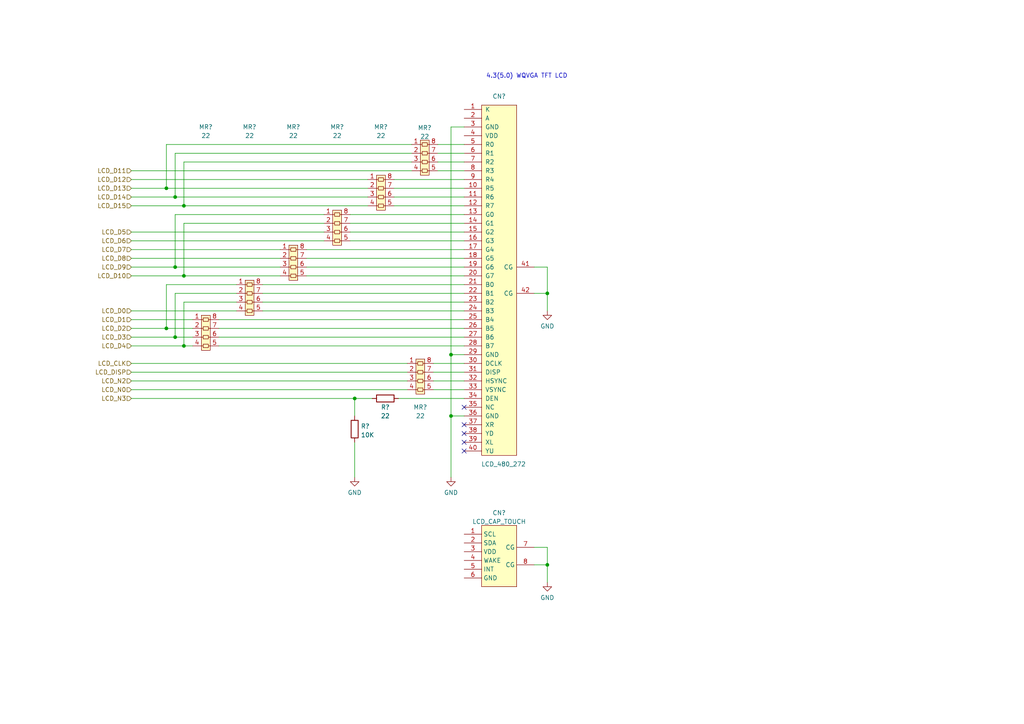
<source format=kicad_sch>
(kicad_sch (version 20211123) (generator eeschema)

  (uuid 1ae3634a-f90f-4c6a-8ba7-b38f98d4ccb2)

  (paper "A4")

  (lib_symbols
    (symbol "Akizuki:LCD_480_272" (pin_names (offset 1.016)) (in_bom yes) (on_board yes)
      (property "Reference" "CN" (id 0) (at -1.27 52.07 0)
        (effects (font (size 1.27 1.27)))
      )
      (property "Value" "LCD_480_272" (id 1) (at -1.27 -52.07 0)
        (effects (font (size 1.27 1.27)))
      )
      (property "Footprint" "" (id 2) (at -1.27 22.86 0)
        (effects (font (size 1.27 1.27)) hide)
      )
      (property "Datasheet" "" (id 3) (at -1.27 22.86 0)
        (effects (font (size 1.27 1.27)) hide)
      )
      (property "ki_keywords" "TFT LCD" (id 4) (at 0 0 0)
        (effects (font (size 1.27 1.27)) hide)
      )
      (property "ki_description" "ER-TFT050A3-2" (id 5) (at 0 0 0)
        (effects (font (size 1.27 1.27)) hide)
      )
      (symbol "LCD_480_272_0_1"
        (rectangle (start -5.08 50.8) (end 5.08 -50.8)
          (stroke (width 0) (type default) (color 0 0 0 0))
          (fill (type background))
        )
      )
      (symbol "LCD_480_272_1_1"
        (pin input line (at -10.16 49.53 0) (length 5.08)
          (name "K" (effects (font (size 1.27 1.27))))
          (number "1" (effects (font (size 1.27 1.27))))
        )
        (pin input line (at -10.16 26.67 0) (length 5.08)
          (name "R5" (effects (font (size 1.27 1.27))))
          (number "10" (effects (font (size 1.27 1.27))))
        )
        (pin input line (at -10.16 24.13 0) (length 5.08)
          (name "R6" (effects (font (size 1.27 1.27))))
          (number "11" (effects (font (size 1.27 1.27))))
        )
        (pin input line (at -10.16 21.59 0) (length 5.08)
          (name "R7" (effects (font (size 1.27 1.27))))
          (number "12" (effects (font (size 1.27 1.27))))
        )
        (pin input line (at -10.16 19.05 0) (length 5.08)
          (name "G0" (effects (font (size 1.27 1.27))))
          (number "13" (effects (font (size 1.27 1.27))))
        )
        (pin input line (at -10.16 16.51 0) (length 5.08)
          (name "G1" (effects (font (size 1.27 1.27))))
          (number "14" (effects (font (size 1.27 1.27))))
        )
        (pin input line (at -10.16 13.97 0) (length 5.08)
          (name "G2" (effects (font (size 1.27 1.27))))
          (number "15" (effects (font (size 1.27 1.27))))
        )
        (pin input line (at -10.16 11.43 0) (length 5.08)
          (name "G3" (effects (font (size 1.27 1.27))))
          (number "16" (effects (font (size 1.27 1.27))))
        )
        (pin input line (at -10.16 8.89 0) (length 5.08)
          (name "G4" (effects (font (size 1.27 1.27))))
          (number "17" (effects (font (size 1.27 1.27))))
        )
        (pin input line (at -10.16 6.35 0) (length 5.08)
          (name "G5" (effects (font (size 1.27 1.27))))
          (number "18" (effects (font (size 1.27 1.27))))
        )
        (pin input line (at -10.16 3.81 0) (length 5.08)
          (name "G6" (effects (font (size 1.27 1.27))))
          (number "19" (effects (font (size 1.27 1.27))))
        )
        (pin input line (at -10.16 46.99 0) (length 5.08)
          (name "A" (effects (font (size 1.27 1.27))))
          (number "2" (effects (font (size 1.27 1.27))))
        )
        (pin input line (at -10.16 1.27 0) (length 5.08)
          (name "G7" (effects (font (size 1.27 1.27))))
          (number "20" (effects (font (size 1.27 1.27))))
        )
        (pin input line (at -10.16 -1.27 0) (length 5.08)
          (name "B0" (effects (font (size 1.27 1.27))))
          (number "21" (effects (font (size 1.27 1.27))))
        )
        (pin input line (at -10.16 -3.81 0) (length 5.08)
          (name "B1" (effects (font (size 1.27 1.27))))
          (number "22" (effects (font (size 1.27 1.27))))
        )
        (pin input line (at -10.16 -6.35 0) (length 5.08)
          (name "B2" (effects (font (size 1.27 1.27))))
          (number "23" (effects (font (size 1.27 1.27))))
        )
        (pin input line (at -10.16 -8.89 0) (length 5.08)
          (name "B3" (effects (font (size 1.27 1.27))))
          (number "24" (effects (font (size 1.27 1.27))))
        )
        (pin input line (at -10.16 -11.43 0) (length 5.08)
          (name "B4" (effects (font (size 1.27 1.27))))
          (number "25" (effects (font (size 1.27 1.27))))
        )
        (pin input line (at -10.16 -13.97 0) (length 5.08)
          (name "B5" (effects (font (size 1.27 1.27))))
          (number "26" (effects (font (size 1.27 1.27))))
        )
        (pin input line (at -10.16 -16.51 0) (length 5.08)
          (name "B6" (effects (font (size 1.27 1.27))))
          (number "27" (effects (font (size 1.27 1.27))))
        )
        (pin input line (at -10.16 -19.05 0) (length 5.08)
          (name "B7" (effects (font (size 1.27 1.27))))
          (number "28" (effects (font (size 1.27 1.27))))
        )
        (pin power_in line (at -10.16 -21.59 0) (length 5.08)
          (name "GND" (effects (font (size 1.27 1.27))))
          (number "29" (effects (font (size 1.27 1.27))))
        )
        (pin power_in line (at -10.16 44.45 0) (length 5.08)
          (name "GND" (effects (font (size 1.27 1.27))))
          (number "3" (effects (font (size 1.27 1.27))))
        )
        (pin input line (at -10.16 -24.13 0) (length 5.08)
          (name "DCLK" (effects (font (size 1.27 1.27))))
          (number "30" (effects (font (size 1.27 1.27))))
        )
        (pin input line (at -10.16 -26.67 0) (length 5.08)
          (name "DISP" (effects (font (size 1.27 1.27))))
          (number "31" (effects (font (size 1.27 1.27))))
        )
        (pin input line (at -10.16 -29.21 0) (length 5.08)
          (name "HSYNC" (effects (font (size 1.27 1.27))))
          (number "32" (effects (font (size 1.27 1.27))))
        )
        (pin input line (at -10.16 -31.75 0) (length 5.08)
          (name "VSYNC" (effects (font (size 1.27 1.27))))
          (number "33" (effects (font (size 1.27 1.27))))
        )
        (pin input line (at -10.16 -34.29 0) (length 5.08)
          (name "DEN" (effects (font (size 1.27 1.27))))
          (number "34" (effects (font (size 1.27 1.27))))
        )
        (pin input line (at -10.16 -36.83 0) (length 5.08)
          (name "NC" (effects (font (size 1.27 1.27))))
          (number "35" (effects (font (size 1.27 1.27))))
        )
        (pin power_in line (at -10.16 -39.37 0) (length 5.08)
          (name "GND" (effects (font (size 1.27 1.27))))
          (number "36" (effects (font (size 1.27 1.27))))
        )
        (pin input line (at -10.16 -41.91 0) (length 5.08)
          (name "XR" (effects (font (size 1.27 1.27))))
          (number "37" (effects (font (size 1.27 1.27))))
        )
        (pin input line (at -10.16 -44.45 0) (length 5.08)
          (name "YD" (effects (font (size 1.27 1.27))))
          (number "38" (effects (font (size 1.27 1.27))))
        )
        (pin input line (at -10.16 -46.99 0) (length 5.08)
          (name "XL" (effects (font (size 1.27 1.27))))
          (number "39" (effects (font (size 1.27 1.27))))
        )
        (pin power_in line (at -10.16 41.91 0) (length 5.08)
          (name "VDD" (effects (font (size 1.27 1.27))))
          (number "4" (effects (font (size 1.27 1.27))))
        )
        (pin input line (at -10.16 -49.53 0) (length 5.08)
          (name "YU" (effects (font (size 1.27 1.27))))
          (number "40" (effects (font (size 1.27 1.27))))
        )
        (pin passive line (at 10.16 3.81 180) (length 5.08)
          (name "CG" (effects (font (size 1.27 1.27))))
          (number "41" (effects (font (size 1.27 1.27))))
        )
        (pin passive line (at 10.16 -3.81 180) (length 5.08)
          (name "CG" (effects (font (size 1.27 1.27))))
          (number "42" (effects (font (size 1.27 1.27))))
        )
        (pin input line (at -10.16 39.37 0) (length 5.08)
          (name "R0" (effects (font (size 1.27 1.27))))
          (number "5" (effects (font (size 1.27 1.27))))
        )
        (pin input line (at -10.16 36.83 0) (length 5.08)
          (name "R1" (effects (font (size 1.27 1.27))))
          (number "6" (effects (font (size 1.27 1.27))))
        )
        (pin input line (at -10.16 34.29 0) (length 5.08)
          (name "R2" (effects (font (size 1.27 1.27))))
          (number "7" (effects (font (size 1.27 1.27))))
        )
        (pin input line (at -10.16 31.75 0) (length 5.08)
          (name "R3" (effects (font (size 1.27 1.27))))
          (number "8" (effects (font (size 1.27 1.27))))
        )
        (pin input line (at -10.16 29.21 0) (length 5.08)
          (name "R4" (effects (font (size 1.27 1.27))))
          (number "9" (effects (font (size 1.27 1.27))))
        )
      )
    )
    (symbol "Akizuki:LCD_CAP_TOUCH" (in_bom yes) (on_board yes)
      (property "Reference" "CN" (id 0) (at 0 10.16 0)
        (effects (font (size 1.27 1.27)))
      )
      (property "Value" "LCD_CAP_TOUCH" (id 1) (at 0 -10.16 0)
        (effects (font (size 1.27 1.27)))
      )
      (property "Footprint" "" (id 2) (at -1.27 1.27 0)
        (effects (font (size 1.27 1.27)) hide)
      )
      (property "Datasheet" "" (id 3) (at -1.27 1.27 0)
        (effects (font (size 1.27 1.27)) hide)
      )
      (property "ki_description" "Capacitive Touch Controller" (id 4) (at 0 0 0)
        (effects (font (size 1.27 1.27)) hide)
      )
      (symbol "LCD_CAP_TOUCH_0_1"
        (rectangle (start -5.08 8.89) (end 5.08 -8.89)
          (stroke (width 0.1524) (type default) (color 0 0 0 0))
          (fill (type background))
        )
      )
      (symbol "LCD_CAP_TOUCH_1_1"
        (pin input line (at -10.16 6.35 0) (length 5.08)
          (name "SCL" (effects (font (size 1.27 1.27))))
          (number "1" (effects (font (size 1.27 1.27))))
        )
        (pin bidirectional line (at -10.16 3.81 0) (length 5.08)
          (name "SDA" (effects (font (size 1.27 1.27))))
          (number "2" (effects (font (size 1.27 1.27))))
        )
        (pin power_in line (at -10.16 1.27 0) (length 5.08)
          (name "VDD" (effects (font (size 1.27 1.27))))
          (number "3" (effects (font (size 1.27 1.27))))
        )
        (pin input line (at -10.16 -1.27 0) (length 5.08)
          (name "WAKE" (effects (font (size 1.27 1.27))))
          (number "4" (effects (font (size 1.27 1.27))))
        )
        (pin input line (at -10.16 -3.81 0) (length 5.08)
          (name "INT" (effects (font (size 1.27 1.27))))
          (number "5" (effects (font (size 1.27 1.27))))
        )
        (pin power_in line (at -10.16 -6.35 0) (length 5.08)
          (name "GND" (effects (font (size 1.27 1.27))))
          (number "6" (effects (font (size 1.27 1.27))))
        )
        (pin passive line (at 10.16 2.54 180) (length 5.08)
          (name "CG" (effects (font (size 1.27 1.27))))
          (number "7" (effects (font (size 1.27 1.27))))
        )
        (pin passive line (at 10.16 -2.54 180) (length 5.08)
          (name "CG" (effects (font (size 1.27 1.27))))
          (number "8" (effects (font (size 1.27 1.27))))
        )
      )
    )
    (symbol "Akizuki:MR" (pin_names (offset 1.016)) (in_bom yes) (on_board yes)
      (property "Reference" "MR" (id 0) (at 0 6.35 0)
        (effects (font (size 1.27 1.27)))
      )
      (property "Value" "MR" (id 1) (at 0 -6.35 0)
        (effects (font (size 1.27 1.27)))
      )
      (property "Footprint" "" (id 2) (at 0 0 0)
        (effects (font (size 1.27 1.27)) hide)
      )
      (property "Datasheet" "" (id 3) (at 0 0 0)
        (effects (font (size 1.27 1.27)) hide)
      )
      (property "ki_description" "Flat Chip Resistors" (id 4) (at 0 0 0)
        (effects (font (size 1.27 1.27)) hide)
      )
      (property "ki_fp_filters" "1005x4" (id 5) (at 0 0 0)
        (effects (font (size 1.27 1.27)) hide)
      )
      (symbol "MR_0_1"
        (rectangle (start -1.27 5.08) (end 1.27 -5.08)
          (stroke (width 0) (type default) (color 0 0 0 0))
          (fill (type background))
        )
        (rectangle (start -0.762 -3.302) (end 0.762 -4.318)
          (stroke (width 0) (type default) (color 0 0 0 0))
          (fill (type none))
        )
        (rectangle (start -0.762 -0.762) (end 0.762 -1.778)
          (stroke (width 0) (type default) (color 0 0 0 0))
          (fill (type none))
        )
        (rectangle (start -0.762 1.778) (end 0.762 0.762)
          (stroke (width 0) (type default) (color 0 0 0 0))
          (fill (type none))
        )
        (rectangle (start -0.762 4.318) (end 0.762 3.302)
          (stroke (width 0) (type default) (color 0 0 0 0))
          (fill (type none))
        )
        (polyline
          (pts
            (xy -1.27 -3.81)
            (xy -0.762 -3.81)
          )
          (stroke (width 0) (type default) (color 0 0 0 0))
          (fill (type none))
        )
        (polyline
          (pts
            (xy -1.27 -1.27)
            (xy -0.762 -1.27)
          )
          (stroke (width 0) (type default) (color 0 0 0 0))
          (fill (type none))
        )
        (polyline
          (pts
            (xy -1.27 1.27)
            (xy -0.762 1.27)
          )
          (stroke (width 0) (type default) (color 0 0 0 0))
          (fill (type none))
        )
        (polyline
          (pts
            (xy -1.27 3.81)
            (xy -0.762 3.81)
          )
          (stroke (width 0) (type default) (color 0 0 0 0))
          (fill (type none))
        )
        (polyline
          (pts
            (xy 0.762 -3.81)
            (xy 1.27 -3.81)
          )
          (stroke (width 0) (type default) (color 0 0 0 0))
          (fill (type none))
        )
        (polyline
          (pts
            (xy 0.762 -1.27)
            (xy 1.27 -1.27)
          )
          (stroke (width 0) (type default) (color 0 0 0 0))
          (fill (type none))
        )
        (polyline
          (pts
            (xy 0.762 1.27)
            (xy 1.27 1.27)
          )
          (stroke (width 0) (type default) (color 0 0 0 0))
          (fill (type none))
        )
        (polyline
          (pts
            (xy 0.762 3.81)
            (xy 1.27 3.81)
          )
          (stroke (width 0) (type default) (color 0 0 0 0))
          (fill (type none))
        )
      )
      (symbol "MR_1_1"
        (pin input line (at -3.81 3.81 0) (length 2.54)
          (name "~" (effects (font (size 1.27 1.27))))
          (number "1" (effects (font (size 1.27 1.27))))
        )
        (pin input line (at -3.81 1.27 0) (length 2.54)
          (name "~" (effects (font (size 1.27 1.27))))
          (number "2" (effects (font (size 1.27 1.27))))
        )
        (pin input line (at -3.81 -1.27 0) (length 2.54)
          (name "~" (effects (font (size 1.27 1.27))))
          (number "3" (effects (font (size 1.27 1.27))))
        )
        (pin input line (at -3.81 -3.81 0) (length 2.54)
          (name "~" (effects (font (size 1.27 1.27))))
          (number "4" (effects (font (size 1.27 1.27))))
        )
        (pin input line (at 3.81 -3.81 180) (length 2.54)
          (name "~" (effects (font (size 1.27 1.27))))
          (number "5" (effects (font (size 1.27 1.27))))
        )
        (pin input line (at 3.81 -1.27 180) (length 2.54)
          (name "~" (effects (font (size 1.27 1.27))))
          (number "6" (effects (font (size 1.27 1.27))))
        )
        (pin input line (at 3.81 1.27 180) (length 2.54)
          (name "~" (effects (font (size 1.27 1.27))))
          (number "7" (effects (font (size 1.27 1.27))))
        )
        (pin input line (at 3.81 3.81 180) (length 2.54)
          (name "~" (effects (font (size 1.27 1.27))))
          (number "8" (effects (font (size 1.27 1.27))))
        )
      )
    )
    (symbol "Akizuki:R" (pin_numbers hide) (pin_names (offset 0)) (in_bom yes) (on_board yes)
      (property "Reference" "R" (id 0) (at 0 2.54 0)
        (effects (font (size 1.27 1.27)))
      )
      (property "Value" "R" (id 1) (at 0 -2.54 0)
        (effects (font (size 1.27 1.27)))
      )
      (property "Footprint" "" (id 2) (at 0 -1.778 0)
        (effects (font (size 1.27 1.27)) hide)
      )
      (property "Datasheet" "" (id 3) (at 0 0 90)
        (effects (font (size 1.27 1.27)) hide)
      )
      (property "ki_keywords" "R DEV" (id 4) (at 0 0 0)
        (effects (font (size 1.27 1.27)) hide)
      )
      (property "ki_description" "Resistor" (id 5) (at 0 0 0)
        (effects (font (size 1.27 1.27)) hide)
      )
      (property "ki_fp_filters" "R_* Resistor_*" (id 6) (at 0 0 0)
        (effects (font (size 1.27 1.27)) hide)
      )
      (symbol "R_0_1"
        (rectangle (start 2.54 -1.016) (end -2.54 1.016)
          (stroke (width 0.254) (type default) (color 0 0 0 0))
          (fill (type none))
        )
      )
      (symbol "R_1_1"
        (pin passive line (at -3.81 0 0) (length 1.27)
          (name "~" (effects (font (size 1.27 1.27))))
          (number "1" (effects (font (size 1.27 1.27))))
        )
        (pin passive line (at 3.81 0 180) (length 1.27)
          (name "~" (effects (font (size 1.27 1.27))))
          (number "2" (effects (font (size 1.27 1.27))))
        )
      )
    )
    (symbol "power:GND" (power) (pin_names (offset 0)) (in_bom yes) (on_board yes)
      (property "Reference" "#PWR" (id 0) (at 0 -6.35 0)
        (effects (font (size 1.27 1.27)) hide)
      )
      (property "Value" "GND" (id 1) (at 0 -3.81 0)
        (effects (font (size 1.27 1.27)))
      )
      (property "Footprint" "" (id 2) (at 0 0 0)
        (effects (font (size 1.27 1.27)) hide)
      )
      (property "Datasheet" "" (id 3) (at 0 0 0)
        (effects (font (size 1.27 1.27)) hide)
      )
      (property "ki_keywords" "power-flag" (id 4) (at 0 0 0)
        (effects (font (size 1.27 1.27)) hide)
      )
      (property "ki_description" "Power symbol creates a global label with name \"GND\" , ground" (id 5) (at 0 0 0)
        (effects (font (size 1.27 1.27)) hide)
      )
      (symbol "GND_0_1"
        (polyline
          (pts
            (xy 0 0)
            (xy 0 -1.27)
            (xy 1.27 -1.27)
            (xy 0 -2.54)
            (xy -1.27 -1.27)
            (xy 0 -1.27)
          )
          (stroke (width 0) (type default) (color 0 0 0 0))
          (fill (type none))
        )
      )
      (symbol "GND_1_1"
        (pin power_in line (at 0 0 270) (length 0) hide
          (name "GND" (effects (font (size 1.27 1.27))))
          (number "1" (effects (font (size 1.27 1.27))))
        )
      )
    )
  )

  (junction (at 50.8 57.15) (diameter 0) (color 0 0 0 0)
    (uuid 01821652-e0e0-41d8-b3c6-893a9418eeca)
  )
  (junction (at 158.75 163.83) (diameter 0) (color 0 0 0 0)
    (uuid 07b6b924-5cba-4166-99b0-badd2a0b44e1)
  )
  (junction (at 50.8 97.79) (diameter 0) (color 0 0 0 0)
    (uuid 0ecf2427-455c-4db0-9b7c-a4943d10fa34)
  )
  (junction (at 158.75 85.09) (diameter 0) (color 0 0 0 0)
    (uuid 4597e3d8-b37c-4ec8-b9d0-e7f089110eb5)
  )
  (junction (at 53.34 59.69) (diameter 0) (color 0 0 0 0)
    (uuid 485f354e-f58d-44bb-b9df-31e645f00cee)
  )
  (junction (at 130.81 102.87) (diameter 0) (color 0 0 0 0)
    (uuid 569b53e9-18f4-48af-aaf3-e26711d766df)
  )
  (junction (at 53.34 80.01) (diameter 0) (color 0 0 0 0)
    (uuid 66167320-96f5-459f-be4a-725be38f1637)
  )
  (junction (at 102.87 115.57) (diameter 0) (color 0 0 0 0)
    (uuid 6f651fde-880e-4ecf-90c1-1b78a286d743)
  )
  (junction (at 130.81 120.65) (diameter 0) (color 0 0 0 0)
    (uuid 9d6897c0-53a0-45fa-b31f-b84c5c632ee2)
  )
  (junction (at 48.26 54.61) (diameter 0) (color 0 0 0 0)
    (uuid b50c6138-4967-43b7-b501-342b8543747d)
  )
  (junction (at 50.8 77.47) (diameter 0) (color 0 0 0 0)
    (uuid b90f8c59-eb89-4f59-b4e2-e7d996a26ec6)
  )
  (junction (at 53.34 100.33) (diameter 0) (color 0 0 0 0)
    (uuid c6d5303d-543e-443e-b105-01b30dda091b)
  )
  (junction (at 48.26 95.25) (diameter 0) (color 0 0 0 0)
    (uuid f7438791-2bad-47de-804a-6059760de4ca)
  )

  (no_connect (at 134.62 123.19) (uuid f4a642d8-9809-43ff-a13a-c8e4157e8eec))
  (no_connect (at 134.62 118.11) (uuid f4a642d8-9809-43ff-a13a-c8e4157e8eed))
  (no_connect (at 134.62 125.73) (uuid f4a642d8-9809-43ff-a13a-c8e4157e8eee))
  (no_connect (at 134.62 128.27) (uuid f4a642d8-9809-43ff-a13a-c8e4157e8eef))
  (no_connect (at 134.62 130.81) (uuid f4a642d8-9809-43ff-a13a-c8e4157e8ef0))

  (wire (pts (xy 76.2 82.55) (xy 134.62 82.55))
    (stroke (width 0) (type default) (color 0 0 0 0))
    (uuid 04fd1d81-4d59-44e0-986b-5f7ce1c8d96b)
  )
  (wire (pts (xy 154.94 77.47) (xy 158.75 77.47))
    (stroke (width 0) (type default) (color 0 0 0 0))
    (uuid 051258cf-e8cf-4c5f-af6d-377250908b9f)
  )
  (wire (pts (xy 50.8 57.15) (xy 106.68 57.15))
    (stroke (width 0) (type default) (color 0 0 0 0))
    (uuid 06cb99de-98af-4682-9909-21f8fdc0ea5e)
  )
  (wire (pts (xy 134.62 59.69) (xy 114.3 59.69))
    (stroke (width 0) (type default) (color 0 0 0 0))
    (uuid 08b30d2e-2950-4c5a-aab6-af8239fd77af)
  )
  (wire (pts (xy 134.62 72.39) (xy 88.9 72.39))
    (stroke (width 0) (type default) (color 0 0 0 0))
    (uuid 0b06fa48-85c6-455d-8119-ebd7fee7afbd)
  )
  (wire (pts (xy 55.88 97.79) (xy 50.8 97.79))
    (stroke (width 0) (type default) (color 0 0 0 0))
    (uuid 100d5434-53f7-4127-a7f3-d103e54066a9)
  )
  (wire (pts (xy 158.75 158.75) (xy 158.75 163.83))
    (stroke (width 0) (type default) (color 0 0 0 0))
    (uuid 13a978fc-05c4-44f8-b71b-1bb929049f54)
  )
  (wire (pts (xy 53.34 87.63) (xy 53.34 100.33))
    (stroke (width 0) (type default) (color 0 0 0 0))
    (uuid 1da08b61-e38a-47c0-a30b-9fc7d843ca7e)
  )
  (wire (pts (xy 50.8 85.09) (xy 50.8 97.79))
    (stroke (width 0) (type default) (color 0 0 0 0))
    (uuid 1f846304-d9a6-49c2-a234-3d3cda7b58bf)
  )
  (wire (pts (xy 38.1 69.85) (xy 93.98 69.85))
    (stroke (width 0) (type default) (color 0 0 0 0))
    (uuid 262e9674-356b-423b-838d-41fb4564d996)
  )
  (wire (pts (xy 38.1 67.31) (xy 93.98 67.31))
    (stroke (width 0) (type default) (color 0 0 0 0))
    (uuid 274b55da-ae4d-4863-88ec-535deae26701)
  )
  (wire (pts (xy 134.62 107.95) (xy 125.73 107.95))
    (stroke (width 0) (type default) (color 0 0 0 0))
    (uuid 291f6aa0-1358-42fe-9954-b89ccd2c5246)
  )
  (wire (pts (xy 53.34 100.33) (xy 38.1 100.33))
    (stroke (width 0) (type default) (color 0 0 0 0))
    (uuid 2a2ed8ee-c7c8-42c2-bc34-16066c9e9ba9)
  )
  (wire (pts (xy 107.95 115.57) (xy 102.87 115.57))
    (stroke (width 0) (type default) (color 0 0 0 0))
    (uuid 2b3cc613-de97-4882-8be0-32ee428df6d2)
  )
  (wire (pts (xy 158.75 85.09) (xy 154.94 85.09))
    (stroke (width 0) (type default) (color 0 0 0 0))
    (uuid 2b4ec33e-09ed-40fd-ad97-076778448929)
  )
  (wire (pts (xy 38.1 57.15) (xy 50.8 57.15))
    (stroke (width 0) (type default) (color 0 0 0 0))
    (uuid 3a4ce4d8-5348-4bd6-b436-ad8f42931aa9)
  )
  (wire (pts (xy 130.81 120.65) (xy 130.81 138.43))
    (stroke (width 0) (type default) (color 0 0 0 0))
    (uuid 416ae792-bf4d-4428-a3ca-ed421abd7ceb)
  )
  (wire (pts (xy 50.8 77.47) (xy 38.1 77.47))
    (stroke (width 0) (type default) (color 0 0 0 0))
    (uuid 41bf0e7b-8ca3-44ff-b983-6f52126c52df)
  )
  (wire (pts (xy 134.62 77.47) (xy 88.9 77.47))
    (stroke (width 0) (type default) (color 0 0 0 0))
    (uuid 4301df22-ebad-432e-b64b-0df88932c680)
  )
  (wire (pts (xy 53.34 64.77) (xy 53.34 80.01))
    (stroke (width 0) (type default) (color 0 0 0 0))
    (uuid 44c99155-26c0-448f-8540-2e8aef8c91ff)
  )
  (wire (pts (xy 81.28 72.39) (xy 38.1 72.39))
    (stroke (width 0) (type default) (color 0 0 0 0))
    (uuid 45e963d4-c964-476f-a306-2109d40fe957)
  )
  (wire (pts (xy 53.34 80.01) (xy 81.28 80.01))
    (stroke (width 0) (type default) (color 0 0 0 0))
    (uuid 4686aea6-7548-499c-874e-a3266408679b)
  )
  (wire (pts (xy 63.5 100.33) (xy 134.62 100.33))
    (stroke (width 0) (type default) (color 0 0 0 0))
    (uuid 4d94e77f-3749-4063-a8bc-400ea1bd966c)
  )
  (wire (pts (xy 55.88 92.71) (xy 38.1 92.71))
    (stroke (width 0) (type default) (color 0 0 0 0))
    (uuid 4e08b2b9-36c8-422c-a2c7-2ff58e8e0b3e)
  )
  (wire (pts (xy 68.58 85.09) (xy 50.8 85.09))
    (stroke (width 0) (type default) (color 0 0 0 0))
    (uuid 54b4d9a9-9cc2-4ecc-8e6f-e4f77f3d91fb)
  )
  (wire (pts (xy 118.11 110.49) (xy 38.1 110.49))
    (stroke (width 0) (type default) (color 0 0 0 0))
    (uuid 583f39cb-1c67-4c14-bada-632535889483)
  )
  (wire (pts (xy 118.11 107.95) (xy 38.1 107.95))
    (stroke (width 0) (type default) (color 0 0 0 0))
    (uuid 59f94307-21d0-43ee-8dec-dd88848f697b)
  )
  (wire (pts (xy 38.1 74.93) (xy 81.28 74.93))
    (stroke (width 0) (type default) (color 0 0 0 0))
    (uuid 5b3e5b4f-5ce6-4c74-8c84-cf933244bd30)
  )
  (wire (pts (xy 114.3 57.15) (xy 134.62 57.15))
    (stroke (width 0) (type default) (color 0 0 0 0))
    (uuid 5b9cf529-22d3-484b-b8de-acf2110bd3dc)
  )
  (wire (pts (xy 134.62 62.23) (xy 101.6 62.23))
    (stroke (width 0) (type default) (color 0 0 0 0))
    (uuid 5c02e045-8d1a-4d0e-857c-6e16ee1b4a18)
  )
  (wire (pts (xy 88.9 74.93) (xy 134.62 74.93))
    (stroke (width 0) (type default) (color 0 0 0 0))
    (uuid 5dbbd371-a3ed-4619-a700-d8e2750fe593)
  )
  (wire (pts (xy 158.75 163.83) (xy 158.75 168.91))
    (stroke (width 0) (type default) (color 0 0 0 0))
    (uuid 5fbce9cc-9fc8-4da6-abeb-0e46182b75bc)
  )
  (wire (pts (xy 130.81 36.83) (xy 130.81 102.87))
    (stroke (width 0) (type default) (color 0 0 0 0))
    (uuid 61eac2de-2070-4a34-ba4d-12d6ad0f54eb)
  )
  (wire (pts (xy 38.1 80.01) (xy 53.34 80.01))
    (stroke (width 0) (type default) (color 0 0 0 0))
    (uuid 6485fd18-b27b-4a0a-a21a-f7bc14060add)
  )
  (wire (pts (xy 76.2 87.63) (xy 134.62 87.63))
    (stroke (width 0) (type default) (color 0 0 0 0))
    (uuid 76754a92-43e4-432f-88d4-396c823c1b87)
  )
  (wire (pts (xy 134.62 92.71) (xy 63.5 92.71))
    (stroke (width 0) (type default) (color 0 0 0 0))
    (uuid 7b35615a-e42f-496d-a181-c25b6dd1b63d)
  )
  (wire (pts (xy 88.9 80.01) (xy 134.62 80.01))
    (stroke (width 0) (type default) (color 0 0 0 0))
    (uuid 82a8a5ef-2362-4324-9ee1-66bc4f91608f)
  )
  (wire (pts (xy 134.62 110.49) (xy 125.73 110.49))
    (stroke (width 0) (type default) (color 0 0 0 0))
    (uuid 839fc448-32c5-4238-a933-1731cabffc18)
  )
  (wire (pts (xy 68.58 90.17) (xy 38.1 90.17))
    (stroke (width 0) (type default) (color 0 0 0 0))
    (uuid 84d79601-9b82-48bb-a055-750f8f38c562)
  )
  (wire (pts (xy 158.75 77.47) (xy 158.75 85.09))
    (stroke (width 0) (type default) (color 0 0 0 0))
    (uuid 85efdcf2-b2af-4074-a8ec-46a9b78ab437)
  )
  (wire (pts (xy 38.1 59.69) (xy 53.34 59.69))
    (stroke (width 0) (type default) (color 0 0 0 0))
    (uuid 86566720-b176-42b9-bdcb-17ff8d0e7ff8)
  )
  (wire (pts (xy 68.58 82.55) (xy 48.26 82.55))
    (stroke (width 0) (type default) (color 0 0 0 0))
    (uuid 8c8a9962-8bcd-4c7b-8ff1-a6e04982c7c8)
  )
  (wire (pts (xy 118.11 105.41) (xy 38.1 105.41))
    (stroke (width 0) (type default) (color 0 0 0 0))
    (uuid 8d42a99b-5ea5-45f2-a57f-1b1b778dc192)
  )
  (wire (pts (xy 158.75 163.83) (xy 154.94 163.83))
    (stroke (width 0) (type default) (color 0 0 0 0))
    (uuid 9262361b-b9f6-49a6-b8f3-2dc20226c0da)
  )
  (wire (pts (xy 101.6 69.85) (xy 134.62 69.85))
    (stroke (width 0) (type default) (color 0 0 0 0))
    (uuid 9508225d-2c3b-42dd-9342-5a2bc0d1d485)
  )
  (wire (pts (xy 93.98 64.77) (xy 53.34 64.77))
    (stroke (width 0) (type default) (color 0 0 0 0))
    (uuid 9eca5d61-6909-4937-931d-33d3de45c0da)
  )
  (wire (pts (xy 134.62 67.31) (xy 101.6 67.31))
    (stroke (width 0) (type default) (color 0 0 0 0))
    (uuid 9eef7b74-3883-40f0-a279-a42042ac90c1)
  )
  (wire (pts (xy 134.62 85.09) (xy 76.2 85.09))
    (stroke (width 0) (type default) (color 0 0 0 0))
    (uuid a1a5ff3d-b684-4ff3-9f97-34c38f11c3fe)
  )
  (wire (pts (xy 119.38 41.91) (xy 48.26 41.91))
    (stroke (width 0) (type default) (color 0 0 0 0))
    (uuid a4d0d1c4-424a-44ed-b5dd-d6d747777f26)
  )
  (wire (pts (xy 127 41.91) (xy 134.62 41.91))
    (stroke (width 0) (type default) (color 0 0 0 0))
    (uuid a5a29b07-c413-4e2c-a169-417885f3ba54)
  )
  (wire (pts (xy 134.62 36.83) (xy 130.81 36.83))
    (stroke (width 0) (type default) (color 0 0 0 0))
    (uuid a644dad8-2f20-4f38-898c-984c165ee360)
  )
  (wire (pts (xy 38.1 49.53) (xy 119.38 49.53))
    (stroke (width 0) (type default) (color 0 0 0 0))
    (uuid aa033bde-5a6c-4d05-a56d-37e1d6ffe8ee)
  )
  (wire (pts (xy 102.87 120.65) (xy 102.87 115.57))
    (stroke (width 0) (type default) (color 0 0 0 0))
    (uuid af65c48c-33b1-46e6-8500-306398f22ea8)
  )
  (wire (pts (xy 134.62 102.87) (xy 130.81 102.87))
    (stroke (width 0) (type default) (color 0 0 0 0))
    (uuid b5d63e37-e125-47b7-914a-2d4412160416)
  )
  (wire (pts (xy 134.62 49.53) (xy 127 49.53))
    (stroke (width 0) (type default) (color 0 0 0 0))
    (uuid b7374701-d54c-4093-8c0e-9ad3b60b14e1)
  )
  (wire (pts (xy 48.26 54.61) (xy 106.68 54.61))
    (stroke (width 0) (type default) (color 0 0 0 0))
    (uuid b82fcd3f-61a2-404f-9095-16a50ccf5e1c)
  )
  (wire (pts (xy 50.8 62.23) (xy 50.8 77.47))
    (stroke (width 0) (type default) (color 0 0 0 0))
    (uuid b983ff51-8eb3-4584-91a1-b1cb942eada8)
  )
  (wire (pts (xy 106.68 52.07) (xy 38.1 52.07))
    (stroke (width 0) (type default) (color 0 0 0 0))
    (uuid bb95f5b7-72d3-41ef-a0c8-a9cb5edd5607)
  )
  (wire (pts (xy 53.34 46.99) (xy 53.34 59.69))
    (stroke (width 0) (type default) (color 0 0 0 0))
    (uuid bd792e5f-a4e0-48c4-b7c9-5eba15188718)
  )
  (wire (pts (xy 48.26 41.91) (xy 48.26 54.61))
    (stroke (width 0) (type default) (color 0 0 0 0))
    (uuid bd8131ea-18a2-4854-b35d-1cfc3e50f026)
  )
  (wire (pts (xy 134.62 54.61) (xy 114.3 54.61))
    (stroke (width 0) (type default) (color 0 0 0 0))
    (uuid c0658f7d-a372-4eb8-9e4c-85b6a29cdafe)
  )
  (wire (pts (xy 38.1 54.61) (xy 48.26 54.61))
    (stroke (width 0) (type default) (color 0 0 0 0))
    (uuid c17260f4-0ad9-4d43-b1e6-cc0dd19ee533)
  )
  (wire (pts (xy 134.62 97.79) (xy 63.5 97.79))
    (stroke (width 0) (type default) (color 0 0 0 0))
    (uuid c2c7172d-414e-42b1-a681-aae2087d4d06)
  )
  (wire (pts (xy 134.62 115.57) (xy 115.57 115.57))
    (stroke (width 0) (type default) (color 0 0 0 0))
    (uuid c4c998eb-28be-46da-b69c-bdec903b60de)
  )
  (wire (pts (xy 127 46.99) (xy 134.62 46.99))
    (stroke (width 0) (type default) (color 0 0 0 0))
    (uuid c9afc8ea-fdbc-405d-b034-3773dfca1ad1)
  )
  (wire (pts (xy 50.8 44.45) (xy 50.8 57.15))
    (stroke (width 0) (type default) (color 0 0 0 0))
    (uuid cbb2cac8-1f77-4bdb-ade1-8c02f9cd4218)
  )
  (wire (pts (xy 134.62 113.03) (xy 125.73 113.03))
    (stroke (width 0) (type default) (color 0 0 0 0))
    (uuid cdea1013-fecf-4e0a-9027-96c8d129fb31)
  )
  (wire (pts (xy 119.38 44.45) (xy 50.8 44.45))
    (stroke (width 0) (type default) (color 0 0 0 0))
    (uuid d17d8546-c16d-4c1e-a714-e403686ecb03)
  )
  (wire (pts (xy 134.62 90.17) (xy 76.2 90.17))
    (stroke (width 0) (type default) (color 0 0 0 0))
    (uuid d2234056-1aa1-4197-892d-cf5c18562665)
  )
  (wire (pts (xy 130.81 102.87) (xy 130.81 120.65))
    (stroke (width 0) (type default) (color 0 0 0 0))
    (uuid d2ed25f5-e8fd-4ee1-a1c7-adc202e07c88)
  )
  (wire (pts (xy 130.81 120.65) (xy 134.62 120.65))
    (stroke (width 0) (type default) (color 0 0 0 0))
    (uuid d4316a4a-171a-4169-bc66-2ad009925934)
  )
  (wire (pts (xy 68.58 87.63) (xy 53.34 87.63))
    (stroke (width 0) (type default) (color 0 0 0 0))
    (uuid d527b02b-875b-4fe2-afa6-77d0beb66754)
  )
  (wire (pts (xy 63.5 95.25) (xy 134.62 95.25))
    (stroke (width 0) (type default) (color 0 0 0 0))
    (uuid d660693f-8f3f-43a7-af52-953e2805f3a9)
  )
  (wire (pts (xy 101.6 64.77) (xy 134.62 64.77))
    (stroke (width 0) (type default) (color 0 0 0 0))
    (uuid d755d098-20d7-4def-b888-0e2357dff08f)
  )
  (wire (pts (xy 93.98 62.23) (xy 50.8 62.23))
    (stroke (width 0) (type default) (color 0 0 0 0))
    (uuid d7e91faa-fa31-4fb8-9b39-25dd9b17c2fc)
  )
  (wire (pts (xy 119.38 46.99) (xy 53.34 46.99))
    (stroke (width 0) (type default) (color 0 0 0 0))
    (uuid dc4105d3-0881-417c-87ce-3ee4501c36a9)
  )
  (wire (pts (xy 114.3 52.07) (xy 134.62 52.07))
    (stroke (width 0) (type default) (color 0 0 0 0))
    (uuid dd3fcfe6-3cd3-4475-b089-a5269de40142)
  )
  (wire (pts (xy 55.88 100.33) (xy 53.34 100.33))
    (stroke (width 0) (type default) (color 0 0 0 0))
    (uuid de2ee385-c1f0-4c27-9bfd-7db2dd744c48)
  )
  (wire (pts (xy 81.28 77.47) (xy 50.8 77.47))
    (stroke (width 0) (type default) (color 0 0 0 0))
    (uuid decd0645-951e-445c-90ca-9d81365a0db0)
  )
  (wire (pts (xy 134.62 105.41) (xy 125.73 105.41))
    (stroke (width 0) (type default) (color 0 0 0 0))
    (uuid e1d3bcfa-eac6-4fa5-9ecc-ab7cdf83836c)
  )
  (wire (pts (xy 154.94 158.75) (xy 158.75 158.75))
    (stroke (width 0) (type default) (color 0 0 0 0))
    (uuid e42b14cb-32d1-468c-abd0-1b273d931dbe)
  )
  (wire (pts (xy 158.75 85.09) (xy 158.75 90.17))
    (stroke (width 0) (type default) (color 0 0 0 0))
    (uuid e67202c1-78d4-4781-a0c6-cbb7bbdd98da)
  )
  (wire (pts (xy 118.11 113.03) (xy 38.1 113.03))
    (stroke (width 0) (type default) (color 0 0 0 0))
    (uuid e87d9e7f-fcaf-4b0f-8782-8b103e06688d)
  )
  (wire (pts (xy 48.26 95.25) (xy 38.1 95.25))
    (stroke (width 0) (type default) (color 0 0 0 0))
    (uuid e89febd2-9429-479d-bc7f-64e129352d78)
  )
  (wire (pts (xy 53.34 59.69) (xy 106.68 59.69))
    (stroke (width 0) (type default) (color 0 0 0 0))
    (uuid e8a8b90e-a97d-4f82-afa3-a397b3a6a311)
  )
  (wire (pts (xy 50.8 97.79) (xy 38.1 97.79))
    (stroke (width 0) (type default) (color 0 0 0 0))
    (uuid e93e45b2-81ba-44ce-be4a-c4d6620cdbdf)
  )
  (wire (pts (xy 102.87 115.57) (xy 38.1 115.57))
    (stroke (width 0) (type default) (color 0 0 0 0))
    (uuid e9a2ff4d-56e8-4b37-be6f-bab16943d949)
  )
  (wire (pts (xy 102.87 128.27) (xy 102.87 138.43))
    (stroke (width 0) (type default) (color 0 0 0 0))
    (uuid f1282e0a-40b5-410e-8a64-5e7c4be575f0)
  )
  (wire (pts (xy 55.88 95.25) (xy 48.26 95.25))
    (stroke (width 0) (type default) (color 0 0 0 0))
    (uuid f3803105-5d40-4b13-967e-c453edfa6257)
  )
  (wire (pts (xy 134.62 44.45) (xy 127 44.45))
    (stroke (width 0) (type default) (color 0 0 0 0))
    (uuid f905f85a-9245-4ff7-9779-3254da864a6b)
  )
  (wire (pts (xy 48.26 82.55) (xy 48.26 95.25))
    (stroke (width 0) (type default) (color 0 0 0 0))
    (uuid fafe4fa5-51a6-4eaf-853a-1c42d96c95ab)
  )

  (text "4.3(5.0) WQVGA TFT LCD" (at 140.97 22.86 0)
    (effects (font (size 1.27 1.27)) (justify left bottom))
    (uuid ecfbda70-2cc4-4e9a-a7ae-46306b5af46a)
  )

  (hierarchical_label "LCD_D2" (shape input) (at 38.1 95.25 180)
    (effects (font (size 1.27 1.27)) (justify right))
    (uuid 017667a9-f5de-49c7-af53-4f9af2f3a311)
  )
  (hierarchical_label "LCD_D15" (shape input) (at 38.1 59.69 180)
    (effects (font (size 1.27 1.27)) (justify right))
    (uuid 10750482-b151-42a3-84c6-51a9eb2eaac4)
  )
  (hierarchical_label "LCD_D8" (shape input) (at 38.1 74.93 180)
    (effects (font (size 1.27 1.27)) (justify right))
    (uuid 1ce38dce-b631-4b78-ae02-eeb1049822c5)
  )
  (hierarchical_label "LCD_D4" (shape input) (at 38.1 100.33 180)
    (effects (font (size 1.27 1.27)) (justify right))
    (uuid 3382bf79-b686-4aeb-9419-c8ab591662bb)
  )
  (hierarchical_label "LCD_D1" (shape input) (at 38.1 92.71 180)
    (effects (font (size 1.27 1.27)) (justify right))
    (uuid 4c144ffa-02d0-42da-aef1-f5175cbde9c0)
  )
  (hierarchical_label "LCD_D14" (shape input) (at 38.1 57.15 180)
    (effects (font (size 1.27 1.27)) (justify right))
    (uuid 4c799ea0-b527-49fa-98cf-1ddf84d46dc9)
  )
  (hierarchical_label "LCD_D11" (shape input) (at 38.1 49.53 180)
    (effects (font (size 1.27 1.27)) (justify right))
    (uuid 725ee14b-f32a-4c1f-9198-1a39fa195a8d)
  )
  (hierarchical_label "LCD_DISP" (shape input) (at 38.1 107.95 180)
    (effects (font (size 1.27 1.27)) (justify right))
    (uuid 7a3d193a-a779-412c-8bcf-26cbeb56a0f5)
  )
  (hierarchical_label "LCD_D0" (shape input) (at 38.1 90.17 180)
    (effects (font (size 1.27 1.27)) (justify right))
    (uuid 7d2422a2-6679-4b2f-b253-47eef0da2414)
  )
  (hierarchical_label "LCD_D6" (shape input) (at 38.1 69.85 180)
    (effects (font (size 1.27 1.27)) (justify right))
    (uuid 92d938cc-f8b1-437d-8914-3d97a0938f67)
  )
  (hierarchical_label "LCD_N0" (shape input) (at 38.1 113.03 180)
    (effects (font (size 1.27 1.27)) (justify right))
    (uuid a8c6bc6d-2811-47c5-9f9c-f3cfffee3f9a)
  )
  (hierarchical_label "LCD_D3" (shape input) (at 38.1 97.79 180)
    (effects (font (size 1.27 1.27)) (justify right))
    (uuid bc204c79-0619-4b16-889d-335bfdd71ce0)
  )
  (hierarchical_label "LCD_D5" (shape input) (at 38.1 67.31 180)
    (effects (font (size 1.27 1.27)) (justify right))
    (uuid d04eabf5-018b-4006-a739-ce16277681b7)
  )
  (hierarchical_label "LCD_D9" (shape input) (at 38.1 77.47 180)
    (effects (font (size 1.27 1.27)) (justify right))
    (uuid d33e30d3-bc11-47c6-bf16-64327b80a7d8)
  )
  (hierarchical_label "LCD_CLK" (shape input) (at 38.1 105.41 180)
    (effects (font (size 1.27 1.27)) (justify right))
    (uuid d5c10d34-5ae0-4a6b-bad8-d4ed4b393fc8)
  )
  (hierarchical_label "LCD_D13" (shape input) (at 38.1 54.61 180)
    (effects (font (size 1.27 1.27)) (justify right))
    (uuid dc7ae2f2-0bec-4bfa-8965-a15c1ebd044d)
  )
  (hierarchical_label "LCD_N3" (shape input) (at 38.1 115.57 180)
    (effects (font (size 1.27 1.27)) (justify right))
    (uuid e5e54a49-b30a-4ec4-9ec6-77ce1cec1e4e)
  )
  (hierarchical_label "LCD_N2" (shape input) (at 38.1 110.49 180)
    (effects (font (size 1.27 1.27)) (justify right))
    (uuid ea2fb329-6d5d-4481-8dc7-d91f73f8eb25)
  )
  (hierarchical_label "LCD_D10" (shape input) (at 38.1 80.01 180)
    (effects (font (size 1.27 1.27)) (justify right))
    (uuid f8f0313a-9404-4c1e-80c2-300dc8893a2d)
  )
  (hierarchical_label "LCD_D7" (shape input) (at 38.1 72.39 180)
    (effects (font (size 1.27 1.27)) (justify right))
    (uuid fab985e9-e679-4dd8-a59c-e3195d08506a)
  )
  (hierarchical_label "LCD_D12" (shape input) (at 38.1 52.07 180)
    (effects (font (size 1.27 1.27)) (justify right))
    (uuid ffd097c0-46c4-4d1b-9cef-ca0bcbbd5a62)
  )

  (symbol (lib_id "power:GND") (at 102.87 138.43 0) (unit 1)
    (in_bom yes) (on_board yes) (fields_autoplaced)
    (uuid 15dc2039-0115-461d-8e4f-f5b966b00b41)
    (property "Reference" "#PWR?" (id 0) (at 102.87 144.78 0)
      (effects (font (size 1.27 1.27)) hide)
    )
    (property "Value" "GND" (id 1) (at 102.87 142.8734 0))
    (property "Footprint" "" (id 2) (at 102.87 138.43 0)
      (effects (font (size 1.27 1.27)) hide)
    )
    (property "Datasheet" "" (id 3) (at 102.87 138.43 0)
      (effects (font (size 1.27 1.27)) hide)
    )
    (pin "1" (uuid 929b5e28-36dd-43be-9ddd-4d7de392e19b))
  )

  (symbol (lib_id "Akizuki:R") (at 102.87 124.46 90) (unit 1)
    (in_bom yes) (on_board yes) (fields_autoplaced)
    (uuid 190cdc48-4dc8-4ac1-a58f-df57ed98ad9d)
    (property "Reference" "R?" (id 0) (at 104.648 123.6253 90)
      (effects (font (size 1.27 1.27)) (justify right))
    )
    (property "Value" "10K" (id 1) (at 104.648 126.1622 90)
      (effects (font (size 1.27 1.27)) (justify right))
    )
    (property "Footprint" "" (id 2) (at 104.648 124.46 0)
      (effects (font (size 1.27 1.27)) hide)
    )
    (property "Datasheet" "" (id 3) (at 102.87 124.46 90)
      (effects (font (size 1.27 1.27)) hide)
    )
    (pin "1" (uuid fc128e4b-f495-495f-b065-67ae06578051))
    (pin "2" (uuid 05ff1c55-a41a-4457-8c64-8ee868902411))
  )

  (symbol (lib_id "Akizuki:MR") (at 110.49 55.88 0) (unit 1)
    (in_bom yes) (on_board yes)
    (uuid 25bf4ef7-13d3-48e1-b642-bc3f899b90db)
    (property "Reference" "MR?" (id 0) (at 110.49 36.83 0))
    (property "Value" "22" (id 1) (at 110.49 39.37 0))
    (property "Footprint" "" (id 2) (at 110.49 55.88 0)
      (effects (font (size 1.27 1.27)) hide)
    )
    (property "Datasheet" "" (id 3) (at 110.49 55.88 0)
      (effects (font (size 1.27 1.27)) hide)
    )
    (pin "1" (uuid 43f444d1-c986-48b9-a0a1-8d75bf9f3dd2))
    (pin "2" (uuid 2478c569-8a45-431f-9a8b-370e1a34706e))
    (pin "3" (uuid 46b38ac2-e16c-4de5-ace2-daae8f12e9c3))
    (pin "4" (uuid 37472045-5ca8-48fc-bedf-512614b35ad7))
    (pin "5" (uuid eefd516f-3bf9-45df-a498-6745962d2b68))
    (pin "6" (uuid aaa73d20-9d35-4726-9cc9-b3e6dc292718))
    (pin "7" (uuid 22de2e46-6804-4fa2-9395-ad8db911f467))
    (pin "8" (uuid 07ffe43e-2881-4067-b83b-9ff85cae7e71))
  )

  (symbol (lib_id "Akizuki:LCD_CAP_TOUCH") (at 144.78 161.29 0) (unit 1)
    (in_bom yes) (on_board yes) (fields_autoplaced)
    (uuid 28d79655-7732-4f4a-99bc-5b7897e8c970)
    (property "Reference" "CN?" (id 0) (at 144.78 148.751 0))
    (property "Value" "LCD_CAP_TOUCH" (id 1) (at 144.78 151.2879 0))
    (property "Footprint" "" (id 2) (at 143.51 160.02 0)
      (effects (font (size 1.27 1.27)) hide)
    )
    (property "Datasheet" "" (id 3) (at 143.51 160.02 0)
      (effects (font (size 1.27 1.27)) hide)
    )
    (pin "1" (uuid 369359b6-912a-46eb-a024-8b5311788c4e))
    (pin "2" (uuid 1111a0f1-e09e-4891-8207-c08c35288665))
    (pin "3" (uuid 115fd4bd-f430-4cc4-b528-72c644e88f22))
    (pin "4" (uuid c7062d6d-2229-43ac-a6f1-11f7be455cff))
    (pin "5" (uuid f9f7531b-a2ff-4a17-ac6e-dc17c92e7c83))
    (pin "6" (uuid 3dee0a37-7ca6-48e0-9827-7ebfd430bdd7))
    (pin "7" (uuid 8cadfb6e-8bb5-4163-b249-1f1f2ff52fee))
    (pin "8" (uuid b8bb6906-4dfd-46ab-a075-03de6c3aeb58))
  )

  (symbol (lib_id "Akizuki:MR") (at 123.19 45.72 0) (unit 1)
    (in_bom yes) (on_board yes) (fields_autoplaced)
    (uuid 3b503e90-2d93-4de2-8f5f-aab24ffac2f8)
    (property "Reference" "MR?" (id 0) (at 123.19 37.0672 0))
    (property "Value" "22" (id 1) (at 123.19 39.6041 0))
    (property "Footprint" "" (id 2) (at 123.19 45.72 0)
      (effects (font (size 1.27 1.27)) hide)
    )
    (property "Datasheet" "" (id 3) (at 123.19 45.72 0)
      (effects (font (size 1.27 1.27)) hide)
    )
    (pin "1" (uuid 1f02cbd0-b18a-4e01-b5e8-a70ca48ee979))
    (pin "2" (uuid 85a73714-49a3-4543-bd9b-6b0755dcf2c9))
    (pin "3" (uuid 1ba0406d-3ff1-4eb5-89ec-9230a5dbbf6a))
    (pin "4" (uuid 232c95d9-d005-40ab-ac1f-05220d6ca678))
    (pin "5" (uuid e8e12dec-d6e9-4d24-b7ca-94722e5435dc))
    (pin "6" (uuid 754cdaf3-0b14-48b4-97b7-80ac0250ab62))
    (pin "7" (uuid 5d54d9af-22df-4fc5-9cbd-ba0ff721a0c3))
    (pin "8" (uuid 46b6fcd5-0947-44f0-ab4d-0e5313e0c1b9))
  )

  (symbol (lib_id "Akizuki:LCD_480_272") (at 144.78 81.28 0) (unit 1)
    (in_bom yes) (on_board yes)
    (uuid 47296629-f994-45f3-a3de-4d5c45e7ed63)
    (property "Reference" "CN?" (id 0) (at 144.78 27.94 0))
    (property "Value" "LCD_480_272" (id 1) (at 146.05 134.62 0))
    (property "Footprint" "" (id 2) (at 144.78 58.42 0)
      (effects (font (size 1.27 1.27)) hide)
    )
    (property "Datasheet" "" (id 3) (at 144.78 58.42 0)
      (effects (font (size 1.27 1.27)) hide)
    )
    (pin "1" (uuid f64a9176-5c6a-4e7c-b57e-444b13b3de79))
    (pin "10" (uuid 4f25d576-829b-41b5-b269-8765ded40166))
    (pin "11" (uuid 622fdc84-a767-435a-ba0f-99c3ced534df))
    (pin "12" (uuid 6cd2a7f3-08df-4e4b-8e38-cdaa04b9bb07))
    (pin "13" (uuid 03dd70a5-349e-4998-8fee-a5dbc1145356))
    (pin "14" (uuid 9829b636-8515-45a3-9e8b-0ad547ad64a8))
    (pin "15" (uuid 63c2996c-cbb0-49a2-b6b3-65704473a1bf))
    (pin "16" (uuid 3dfc9c2a-ca03-48eb-9d2a-7225f1fa212c))
    (pin "17" (uuid b52e92a1-c1cc-4249-9d6a-d1f0b9ab8eae))
    (pin "18" (uuid 81f563ab-6504-4912-b26c-c449605c6efe))
    (pin "19" (uuid cf851112-db9a-4a34-a4e9-1c4175c42ef5))
    (pin "2" (uuid c0ff46e9-9871-4ef0-a333-d4691dface3d))
    (pin "20" (uuid 0d01ded3-d0f6-44de-9612-af021215ab28))
    (pin "21" (uuid b0a83a3c-c06f-44f0-8842-e18498292dea))
    (pin "22" (uuid 4a00a5d5-040d-4866-929b-8683d11db7eb))
    (pin "23" (uuid fd4ffd7d-64fe-42ba-bffd-e9ad54d081bd))
    (pin "24" (uuid 27bbe921-df86-447d-994c-d405d5f047d5))
    (pin "25" (uuid ba8d2001-d06e-4e27-a7af-98271c1e9943))
    (pin "26" (uuid 7dd065d5-2a52-4da3-934b-b7d4d1ea3db5))
    (pin "27" (uuid 7f0ce63f-1f2e-4d19-ace9-0479ed7f4f35))
    (pin "28" (uuid 87b5e489-76bd-4fca-9346-ed137850f4f6))
    (pin "29" (uuid 76a8af1d-1acd-4d25-9d3c-f7bd3c45ffa1))
    (pin "3" (uuid ec56cf8d-451f-4772-b6bc-7268fa75b628))
    (pin "30" (uuid ee3c5b84-7ebb-4a74-8790-31ed24e5302c))
    (pin "31" (uuid e3178aa5-c2a2-45f0-9c64-5a93784becce))
    (pin "32" (uuid 33f31ba0-3f73-4000-a0e6-fc35aa584ee5))
    (pin "33" (uuid c093fff0-3f5c-435f-aef8-49b65f53787c))
    (pin "34" (uuid 84eb24e4-56ac-46eb-a161-78d902593186))
    (pin "35" (uuid 6a2d3f4c-4e26-4ddf-8efa-65b937d3af43))
    (pin "36" (uuid 1bf8e693-dc35-47aa-be21-3a9bbf63b869))
    (pin "37" (uuid b2360897-d15b-4386-a739-697c9777bff0))
    (pin "38" (uuid 240189be-6514-4184-aae9-43357befeaa6))
    (pin "39" (uuid 84cf7347-7c5d-4209-b07a-70dd1aede0a0))
    (pin "4" (uuid 92ed90cc-486a-4f3c-b003-259e1a712e73))
    (pin "40" (uuid 10436ee1-addf-4118-b19c-1cda4c220c2d))
    (pin "41" (uuid a60c526f-a239-4d58-909c-bca59dd13f53))
    (pin "42" (uuid d99d6d11-7e1c-4951-beb5-55dca35fb753))
    (pin "5" (uuid 5dcf39cc-55d0-4cae-ae19-076256fd289b))
    (pin "6" (uuid 7c2668dd-a910-448c-86a8-d45b984f7691))
    (pin "7" (uuid d50283c8-b51b-425d-b707-51d6ef8a1730))
    (pin "8" (uuid ef405179-74fe-455e-adf9-f1f680ca028d))
    (pin "9" (uuid 64f23efe-d4c9-4111-a02f-f9969dc2fd69))
  )

  (symbol (lib_id "power:GND") (at 158.75 90.17 0) (unit 1)
    (in_bom yes) (on_board yes) (fields_autoplaced)
    (uuid 5ab70ec2-62a3-41fd-87e4-e9705e2957fa)
    (property "Reference" "#PWR?" (id 0) (at 158.75 96.52 0)
      (effects (font (size 1.27 1.27)) hide)
    )
    (property "Value" "GND" (id 1) (at 158.75 94.6134 0))
    (property "Footprint" "" (id 2) (at 158.75 90.17 0)
      (effects (font (size 1.27 1.27)) hide)
    )
    (property "Datasheet" "" (id 3) (at 158.75 90.17 0)
      (effects (font (size 1.27 1.27)) hide)
    )
    (pin "1" (uuid 6ce8230c-595b-49b4-b7e1-27c56bb79809))
  )

  (symbol (lib_id "Akizuki:MR") (at 72.39 86.36 0) (unit 1)
    (in_bom yes) (on_board yes)
    (uuid 64ed913b-4fcf-4c01-a303-85f9c6f0b480)
    (property "Reference" "MR?" (id 0) (at 72.39 36.83 0))
    (property "Value" "22" (id 1) (at 72.39 39.37 0))
    (property "Footprint" "" (id 2) (at 72.39 86.36 0)
      (effects (font (size 1.27 1.27)) hide)
    )
    (property "Datasheet" "" (id 3) (at 72.39 86.36 0)
      (effects (font (size 1.27 1.27)) hide)
    )
    (pin "1" (uuid 2993c1dd-ac8d-42ec-a1c4-3e81f74b3a97))
    (pin "2" (uuid d8a50870-d065-4124-aa79-9f8224e61891))
    (pin "3" (uuid 4a9f3b1c-d05b-46f5-9299-ff853ef77c94))
    (pin "4" (uuid 7a8eefaf-dffe-43e8-b870-a59b7691965b))
    (pin "5" (uuid 19a21689-75e9-4cce-ac91-8130f93346a0))
    (pin "6" (uuid 3e33d944-a339-443a-b427-a2c44911862e))
    (pin "7" (uuid 71917ad4-e760-43cd-ad60-5022cdae4cc2))
    (pin "8" (uuid a8274585-e2a1-403a-bbf1-7e265aa85fd1))
  )

  (symbol (lib_id "Akizuki:MR") (at 97.79 66.04 0) (unit 1)
    (in_bom yes) (on_board yes)
    (uuid 787cb313-e064-4145-94d2-6a1ebb88f4a5)
    (property "Reference" "MR?" (id 0) (at 97.79 36.83 0))
    (property "Value" "22" (id 1) (at 97.79 39.37 0))
    (property "Footprint" "" (id 2) (at 97.79 66.04 0)
      (effects (font (size 1.27 1.27)) hide)
    )
    (property "Datasheet" "" (id 3) (at 97.79 66.04 0)
      (effects (font (size 1.27 1.27)) hide)
    )
    (pin "1" (uuid 18297272-612b-4479-959b-e03ba0f77e51))
    (pin "2" (uuid 2f874697-222e-4088-9faa-c0ed4f6cfce1))
    (pin "3" (uuid 002041b6-a073-47d2-9375-c644e86a5ed5))
    (pin "4" (uuid 2b906087-0df4-4517-a33c-1a965ee9e92e))
    (pin "5" (uuid b22ee7da-6a12-4577-b633-1268ba88dd20))
    (pin "6" (uuid 82b2423b-3e0a-4c20-a65d-4dd887881ed6))
    (pin "7" (uuid b13d5a66-fd9a-4c2e-93cb-82cfd5e7b7a0))
    (pin "8" (uuid f2c54489-3cac-4691-95ad-74cdd6f07be7))
  )

  (symbol (lib_id "Akizuki:MR") (at 85.09 76.2 0) (unit 1)
    (in_bom yes) (on_board yes)
    (uuid a3a7d74d-c675-47ef-98e6-4bc353e09b74)
    (property "Reference" "MR?" (id 0) (at 85.09 36.83 0))
    (property "Value" "22" (id 1) (at 85.09 39.37 0))
    (property "Footprint" "" (id 2) (at 85.09 76.2 0)
      (effects (font (size 1.27 1.27)) hide)
    )
    (property "Datasheet" "" (id 3) (at 85.09 76.2 0)
      (effects (font (size 1.27 1.27)) hide)
    )
    (pin "1" (uuid e5e840ee-3333-44eb-bdd6-86bb4a6fc5ba))
    (pin "2" (uuid 297f5934-7d92-4bc4-b804-d2dc534ebfc9))
    (pin "3" (uuid 3cbea38d-f038-4904-a504-703ef5cca016))
    (pin "4" (uuid 5368c865-778c-44f2-a986-94cee80a3f55))
    (pin "5" (uuid d6ed3624-e4fe-4bd1-addd-a9e8c392874b))
    (pin "6" (uuid b1cfc4fc-d9ef-4ae9-b2a1-2feccc159a02))
    (pin "7" (uuid a8e304b7-8ee6-4a12-ac8a-803b40b63917))
    (pin "8" (uuid 5a381129-f1a1-4072-a398-638e558bc44f))
  )

  (symbol (lib_id "Akizuki:R") (at 111.76 115.57 0) (unit 1)
    (in_bom yes) (on_board yes)
    (uuid a8b92650-4e44-4c78-989d-bd204f62f548)
    (property "Reference" "R?" (id 0) (at 111.76 118.11 0))
    (property "Value" "22" (id 1) (at 111.76 120.6469 0))
    (property "Footprint" "" (id 2) (at 111.76 117.348 0)
      (effects (font (size 1.27 1.27)) hide)
    )
    (property "Datasheet" "" (id 3) (at 111.76 115.57 90)
      (effects (font (size 1.27 1.27)) hide)
    )
    (pin "1" (uuid d5185343-4bfa-49c0-b3a1-dc172ac6422d))
    (pin "2" (uuid 8b241cf4-18e8-45a5-b1d0-b5573f27d39e))
  )

  (symbol (lib_id "Akizuki:MR") (at 59.69 96.52 0) (unit 1)
    (in_bom yes) (on_board yes)
    (uuid b57a84cb-d025-4c68-a211-a81a285de21d)
    (property "Reference" "MR?" (id 0) (at 59.69 36.83 0))
    (property "Value" "22" (id 1) (at 59.69 39.37 0))
    (property "Footprint" "" (id 2) (at 59.69 96.52 0)
      (effects (font (size 1.27 1.27)) hide)
    )
    (property "Datasheet" "" (id 3) (at 59.69 96.52 0)
      (effects (font (size 1.27 1.27)) hide)
    )
    (pin "1" (uuid 9ce90a08-5908-4dc8-aa6c-15b2f82c479d))
    (pin "2" (uuid 3bebef1f-cf5e-427f-a6e4-8314bebe0a96))
    (pin "3" (uuid f3ff599c-3d82-4715-80a9-2387d9c21828))
    (pin "4" (uuid 257a43be-3849-4c05-9f72-7ad1bcea5448))
    (pin "5" (uuid b82e839d-feff-485f-a698-8db273695973))
    (pin "6" (uuid 7de73a63-1203-4cf6-b197-7c7ef986c70f))
    (pin "7" (uuid 35077b29-c5e2-4a4e-8b10-c979e46b261f))
    (pin "8" (uuid 0658d96c-bfbd-425f-a8dd-b760f9811985))
  )

  (symbol (lib_id "power:GND") (at 130.81 138.43 0) (unit 1)
    (in_bom yes) (on_board yes) (fields_autoplaced)
    (uuid b9f86484-9e39-4063-bd16-ac90063f4b27)
    (property "Reference" "#PWR?" (id 0) (at 130.81 144.78 0)
      (effects (font (size 1.27 1.27)) hide)
    )
    (property "Value" "GND" (id 1) (at 130.81 142.8734 0))
    (property "Footprint" "" (id 2) (at 130.81 138.43 0)
      (effects (font (size 1.27 1.27)) hide)
    )
    (property "Datasheet" "" (id 3) (at 130.81 138.43 0)
      (effects (font (size 1.27 1.27)) hide)
    )
    (pin "1" (uuid f1e2c71d-956a-44dc-84e3-e1e26b6078ea))
  )

  (symbol (lib_id "Akizuki:MR") (at 121.92 109.22 0) (unit 1)
    (in_bom yes) (on_board yes)
    (uuid d7f3eb6a-aef9-4b1f-b472-f34135c0d830)
    (property "Reference" "MR?" (id 0) (at 121.92 118.11 0))
    (property "Value" "22" (id 1) (at 121.92 120.65 0))
    (property "Footprint" "" (id 2) (at 121.92 109.22 0)
      (effects (font (size 1.27 1.27)) hide)
    )
    (property "Datasheet" "" (id 3) (at 121.92 109.22 0)
      (effects (font (size 1.27 1.27)) hide)
    )
    (pin "1" (uuid b151accd-b9f9-4aab-b33f-502d359716aa))
    (pin "2" (uuid eb250f56-8179-4ec9-ab8e-01d79f37b793))
    (pin "3" (uuid 667efeff-ad87-445f-b39a-4f5bac9f3fd7))
    (pin "4" (uuid 6c113876-02d0-43d1-9171-46e5021ae1e4))
    (pin "5" (uuid 0fc7d784-896f-4ee8-b6d5-b250e8655481))
    (pin "6" (uuid d903a213-a129-4e36-ba35-e88906be9ec0))
    (pin "7" (uuid 0bc0dad7-c9f0-4d8f-82f6-73b6e06f879a))
    (pin "8" (uuid 67114ee8-d93b-48db-800e-430c13c57deb))
  )

  (symbol (lib_id "power:GND") (at 158.75 168.91 0) (unit 1)
    (in_bom yes) (on_board yes) (fields_autoplaced)
    (uuid e28a762f-d0fa-47e0-b3a8-ae06b72614e9)
    (property "Reference" "#PWR?" (id 0) (at 158.75 175.26 0)
      (effects (font (size 1.27 1.27)) hide)
    )
    (property "Value" "GND" (id 1) (at 158.75 173.3534 0))
    (property "Footprint" "" (id 2) (at 158.75 168.91 0)
      (effects (font (size 1.27 1.27)) hide)
    )
    (property "Datasheet" "" (id 3) (at 158.75 168.91 0)
      (effects (font (size 1.27 1.27)) hide)
    )
    (pin "1" (uuid 2f827d8c-4b68-4e64-aa7f-0f1d9e02acb6))
  )
)

</source>
